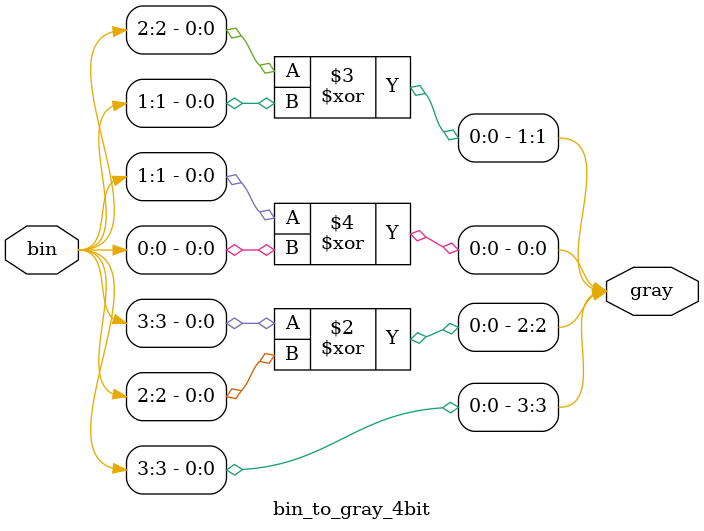
<source format=v>
module bin_to_gray_4bit (
    input wire [3:0] bin,
    output reg[3:0] gray
);

    always @(*) begin
        gray[3] = bin[3];
        gray[2] = bin[3] ^ bin[2];
        gray[1] = bin[2] ^ bin[1];
        gray[0] = bin[1] ^ bin[0];
    end

endmodule


</source>
